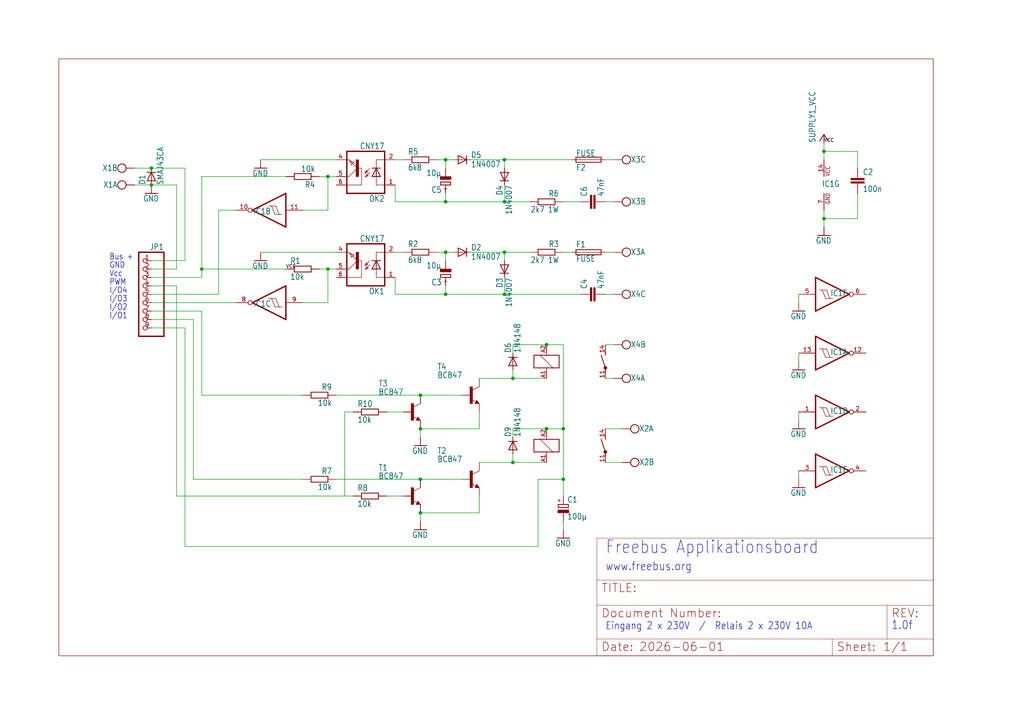
<source format=kicad_sch>
(kicad_sch (version 20230121) (generator eeschema)
  (paper "User" 309.347 218.491)
  (lib_symbols
    (symbol "2in-2out_1.0f_produziert_re-eagle-import:7414D"
      (property "Reference" "IC" (at -0.635 -0.635 0))
      (symbol "7414D_1_0"
        (pin output inverted (at 10.16 0 180) (length 5.08) (name "O") (number "12"))
        (pin input line (at -10.16 0 0) (length 5.08) (name "I") (number "13"))
      )
      (symbol "7414D_2_0"
        (pin output inverted (at 10.16 0 180) (length 5.08) (name "O") (number "10"))
        (pin input line (at -10.16 0 0) (length 5.08) (name "I") (number "11"))
      )
      (symbol "7414D_3_0"
        (pin output inverted (at 10.16 0 180) (length 5.08) (name "O") (number "8"))
        (pin input line (at -10.16 0 0) (length 5.08) (name "I") (number "9"))
      )
      (symbol "7414D_4_0"
        (pin input line (at -10.16 0 0) (length 5.08) (name "I") (number "1"))
        (pin output inverted (at 10.16 0 180) (length 5.08) (name "O") (number "2"))
      )
      (symbol "7414D_5_0"
        (pin input line (at -10.16 0 0) (length 5.08) (name "I") (number "3"))
        (pin output inverted (at 10.16 0 180) (length 5.08) (name "O") (number "4"))
      )
      (symbol "7414D_6_0"
        (pin input line (at -10.16 0 0) (length 5.08) (name "I") (number "5"))
        (pin output inverted (at 10.16 0 180) (length 5.08) (name "O") (number "6"))
      )
      (symbol "7414D_7_0"
        (text "GND" (at 1.905 -5.842 900) (effects (font (size 1.27 1.0795)) (justify left bottom)))
        (text "VCC" (at 1.905 2.54 900) (effects (font (size 1.27 1.0795)) (justify left bottom)))
        (pin power_in line (at 0 7.62 270) (length 5.08) (name "VCC") (number "14"))
        (pin power_in line (at 0 -7.62 90) (length 5.08) (name "GND") (number "7"))
      )
    )
    (symbol "2in-2out_1.0f_produziert_re-eagle-import:BC847"
      (property "Reference" "T" (at -10.16 7.62 0))
      (symbol "BC847_1_0"
        (pin passive line (at -2.54 0 0) (length 2.54) (name "B") (number "1"))
        (pin passive line (at 2.54 -5.08 90) (length 2.54) (name "E") (number "2"))
        (pin passive line (at 2.54 5.08 270) (length 2.54) (name "C") (number "3"))
      )
    )
    (symbol "2in-2out_1.0f_produziert_re-eagle-import:C-EU075-063X106"
      (property "Reference" "C" (at 1.524 0.381 0))
      (symbol "C-EU075-063X106_1_0"
        (pin passive line (at 0 2.54 270) (length 2.54) (name "1") (number "1"))
        (pin passive line (at 0 -5.08 90) (length 2.54) (name "2") (number "2"))
      )
    )
    (symbol "2in-2out_1.0f_produziert_re-eagle-import:C-EUC1206"
      (property "Reference" "C" (at 1.524 0.381 0))
      (symbol "C-EUC1206_1_0"
        (pin passive line (at 0 2.54 270) (length 2.54) (name "1") (number "1"))
        (pin passive line (at 0 -5.08 90) (length 2.54) (name "2") (number "2"))
      )
    )
    (symbol "2in-2out_1.0f_produziert_re-eagle-import:CNY17"
      (property "Reference" "OK" (at -6.985 5.715 0))
      (symbol "CNY17_1_0"
        (pin passive line (at -10.16 2.54 0) (length 2.54) (name "A") (number "1"))
        (pin passive line (at -10.16 -5.08 0) (length 2.54) (name "C") (number "2"))
        (pin passive line (at 7.62 -5.08 180) (length 2.54) (name "EMI") (number "4"))
        (pin passive line (at 7.62 0 180) (length 2.54) (name "COL") (number "5"))
        (pin passive line (at 7.62 2.54 180) (length 2.54) (name "BAS") (number "6"))
      )
    )
    (symbol "2in-2out_1.0f_produziert_re-eagle-import:CPOL-EUE2-4"
      (property "Reference" "C" (at 1.143 0.4826 0))
      (symbol "CPOL-EUE2-4_1_0"
        (text "+" (at -0.5842 0.4064 900) (effects (font (size 1.27 1.0795)) (justify left bottom)))
        (pin passive line (at 0 2.54 270) (length 2.54) (name "+") (number "+"))
        (pin passive line (at 0 -5.08 90) (length 2.54) (name "-") (number "-"))
      )
    )
    (symbol "2in-2out_1.0f_produziert_re-eagle-import:CPOL-EUE3.5-8"
      (property "Reference" "C" (at 1.143 0.4826 0))
      (symbol "CPOL-EUE3.5-8_1_0"
        (text "+" (at -0.5842 0.4064 900) (effects (font (size 1.27 1.0795)) (justify left bottom)))
        (pin passive line (at 0 2.54 270) (length 2.54) (name "+") (number "+"))
        (pin passive line (at 0 -5.08 90) (length 2.54) (name "-") (number "-"))
      )
    )
    (symbol "2in-2out_1.0f_produziert_re-eagle-import:D-SMB"
      (property "Reference" "D" (at -2.54 1.778 0))
      (symbol "D-SMB_1_0"
        (pin passive line (at 2.54 0 180) (length 2.54) (name "C") (number "1"))
        (pin passive line (at -2.54 0 0) (length 2.54) (name "A") (number "2"))
      )
    )
    (symbol "2in-2out_1.0f_produziert_re-eagle-import:DINA4_L"
      (symbol "DINA4_L_2_0"
        (text "${#}/${##}" (at 86.36 1.27 0) (effects (font (size 2.54 2.54)) (justify left bottom)))
        (text "${CURRENT_DATE}" (at 12.7 1.27 0) (effects (font (size 2.54 2.54)) (justify left bottom)))
        (text "${PROJECTNAME}" (at 17.78 19.05 0) (effects (font (size 2.54 2.54)) (justify left bottom)))
        (text "Date:" (at 1.27 1.27 0) (effects (font (size 2.54 2.54)) (justify left bottom)))
        (text "Document Number:" (at 1.27 11.43 0) (effects (font (size 2.54 2.54)) (justify left bottom)))
        (text "REV:" (at 88.9 11.43 0) (effects (font (size 2.54 2.54)) (justify left bottom)))
        (text "Sheet:" (at 72.39 1.27 0) (effects (font (size 2.54 2.54)) (justify left bottom)))
        (text "TITLE:" (at 1.27 19.05 0) (effects (font (size 2.54 2.54)) (justify left bottom)))
      )
    )
    (symbol "2in-2out_1.0f_produziert_re-eagle-import:DIODE-D-2.5"
      (property "Reference" "D" (at 2.54 0.4826 0))
      (symbol "DIODE-D-2.5_1_0"
        (pin passive line (at -2.54 0 0) (length 2.54) (name "A") (number "A"))
        (pin passive line (at 2.54 0 180) (length 2.54) (name "C") (number "C"))
      )
    )
    (symbol "2in-2out_1.0f_produziert_re-eagle-import:DIODE-MINIMELF"
      (property "Reference" "D" (at 2.54 0.4826 0))
      (symbol "DIODE-MINIMELF_1_0"
        (pin passive line (at -2.54 0 0) (length 2.54) (name "A") (number "A"))
        (pin passive line (at 2.54 0 180) (length 2.54) (name "C") (number "C"))
      )
    )
    (symbol "2in-2out_1.0f_produziert_re-eagle-import:FUSE"
      (property "Reference" "F" (at -3.81 1.397 0))
      (symbol "FUSE_1_0"
        (pin passive line (at -5.08 0 0) (length 2.54) (name "1") (number "1"))
        (pin passive line (at 5.08 0 180) (length 2.54) (name "2") (number "2"))
      )
    )
    (symbol "2in-2out_1.0f_produziert_re-eagle-import:GND" (power)
      (property "Value" "GND" (at -2.54 -2.54 0))
      (symbol "GND_1_0"
        (pin power_in line (at 0 2.54 270) (length 2.54) (name "GND") (number "1"))
      )
    )
    (symbol "2in-2out_1.0f_produziert_re-eagle-import:PINHD-1X9"
      (property "Reference" "JP" (at -6.35 13.335 0))
      (symbol "PINHD-1X9_1_0"
        (pin passive inverted (at -2.54 10.16 0) (length 2.54) (name "1") (number "1"))
        (pin passive inverted (at -2.54 7.62 0) (length 2.54) (name "2") (number "2"))
        (pin passive inverted (at -2.54 5.08 0) (length 2.54) (name "3") (number "3"))
        (pin passive inverted (at -2.54 2.54 0) (length 2.54) (name "4") (number "4"))
        (pin passive inverted (at -2.54 0 0) (length 2.54) (name "5") (number "5"))
        (pin passive inverted (at -2.54 -2.54 0) (length 2.54) (name "6") (number "6"))
        (pin passive inverted (at -2.54 -5.08 0) (length 2.54) (name "7") (number "7"))
        (pin passive inverted (at -2.54 -7.62 0) (length 2.54) (name "8") (number "8"))
        (pin passive inverted (at -2.54 -10.16 0) (length 2.54) (name "9") (number "9"))
      )
    )
    (symbol "2in-2out_1.0f_produziert_re-eagle-import:R-EU_0207/2V"
      (property "Reference" "R" (at -3.81 1.4986 0))
      (symbol "R-EU_0207/2V_1_0"
        (pin passive line (at -5.08 0 0) (length 2.54) (name "1") (number "1"))
        (pin passive line (at 5.08 0 180) (length 2.54) (name "2") (number "2"))
      )
    )
    (symbol "2in-2out_1.0f_produziert_re-eagle-import:R-EU_M1206"
      (property "Reference" "R" (at -3.81 1.4986 0))
      (symbol "R-EU_M1206_1_0"
        (pin passive line (at -5.08 0 0) (length 2.54) (name "1") (number "1"))
        (pin passive line (at 5.08 0 180) (length 2.54) (name "2") (number "2"))
      )
    )
    (symbol "2in-2out_1.0f_produziert_re-eagle-import:RE03"
      (symbol "RE03_1_0"
        (pin passive line (at 0 5.08 270) (length 2.54) (name "1") (number "A1"))
        (pin passive line (at 0 -5.08 90) (length 2.54) (name "2") (number "A2"))
      )
      (symbol "RE03_2_0"
        (pin passive line (at 0 -5.08 90) (length 2.54) (name "P") (number "11"))
        (pin passive line (at 0 5.08 270) (length 2.54) (name "S") (number "14"))
      )
    )
    (symbol "2in-2out_1.0f_produziert_re-eagle-import:SUPPLY1_VCC" (power)
      (property "Value" "SUPPLY1_VCC" (at -2.54 -2.54 90))
      (symbol "SUPPLY1_VCC_1_0"
        (pin power_in line (at 0 -2.54 90) (length 2.54) (name "VCC") (number "1"))
      )
    )
    (symbol "2in-2out_1.0f_produziert_re-eagle-import:W237-02P"
      (property "Reference" "X" (at 0 0.889 0))
      (symbol "W237-02P_1_0"
        (pin passive line (at 5.08 0 180) (length 2.54) (name "KL") (number "1"))
      )
      (symbol "W237-02P_2_0"
        (pin passive line (at 5.08 0 180) (length 2.54) (name "KL") (number "2"))
      )
    )
    (symbol "2in-2out_1.0f_produziert_re-eagle-import:W237-3E"
      (property "Reference" "X" (at 0 0.889 0))
      (symbol "W237-3E_1_0"
        (pin passive line (at 5.08 0 180) (length 2.54) (name "KL") (number "1"))
      )
      (symbol "W237-3E_2_0"
        (pin passive line (at 5.08 0 180) (length 2.54) (name "KL") (number "2"))
      )
      (symbol "W237-3E_3_0"
        (pin passive line (at 5.08 0 180) (length 2.54) (name "KL") (number "3"))
      )
    )
  )
  (junction (at 170.18 129.54))
  (junction (at 134.62 60.96))
  (junction (at 152.4 60.96))
  (junction (at 248.92 66.04))
  (junction (at 45.72 50.8))
  (junction (at 134.62 76.2))
  (junction (at 60.96 81.28))
  (junction (at 154.94 139.7))
  (junction (at 154.94 114.3))
  (junction (at 99.06 53.34))
  (junction (at 134.62 48.26))
  (junction (at 248.92 45.72))
  (junction (at 134.62 88.9))
  (junction (at 165.1 129.54))
  (junction (at 152.4 76.2))
  (junction (at 45.72 55.88))
  (junction (at 152.4 48.26))
  (junction (at 127 129.54))
  (junction (at 127 119.38))
  (junction (at 127 154.94))
  (junction (at 127 144.78))
  (junction (at 170.18 144.78))
  (junction (at 99.06 81.28))
  (junction (at 152.4 88.9))
  (junction (at 165.1 104.14))
  (wire (pts (xy 152.4 88.9) (xy 152.4 83.82)) (stroke (width 0.1524)))
  (wire (pts (xy 134.62 60.96) (xy 152.4 60.96)) (stroke (width 0.1524)))
  (wire (pts (xy 170.18 129.54) (xy 170.18 144.78)) (stroke (width 0.1524)))
  (wire (pts (xy 96.52 81.28) (xy 99.06 81.28)) (stroke (width 0.1524)))
  (wire (pts (xy 175.26 88.9) (xy 152.4 88.9)) (stroke (width 0.1524)))
  (wire (pts (xy 55.88 50.8) (xy 55.88 78.74)) (stroke (width 0.1524)))
  (wire (pts (xy 53.34 86.36) (xy 45.72 86.36)) (stroke (width 0.1524)))
  (wire (pts (xy 154.94 137.16) (xy 154.94 139.7)) (stroke (width 0.1524)))
  (wire (pts (xy 53.34 81.28) (xy 45.72 81.28)) (stroke (width 0.1524)))
  (wire (pts (xy 165.1 139.7) (xy 154.94 139.7)) (stroke (width 0.1524)))
  (wire (pts (xy 53.34 149.86) (xy 104.14 149.86)) (stroke (width 0.1524)))
  (wire (pts (xy 170.18 144.78) (xy 162.56 144.78)) (stroke (width 0.1524)))
  (wire (pts (xy 96.52 53.34) (xy 99.06 53.34)) (stroke (width 0.1524)))
  (wire (pts (xy 58.42 96.52) (xy 58.42 144.78)) (stroke (width 0.1524)))
  (wire (pts (xy 170.18 157.48) (xy 170.18 160.02)) (stroke (width 0.1524)))
  (wire (pts (xy 144.78 139.7) (xy 154.94 139.7)) (stroke (width 0.1524)))
  (wire (pts (xy 137.16 76.2) (xy 134.62 76.2)) (stroke (width 0.1524)))
  (wire (pts (xy 152.4 48.26) (xy 172.72 48.26)) (stroke (width 0.1524)))
  (wire (pts (xy 154.94 111.76) (xy 154.94 114.3)) (stroke (width 0.1524)))
  (wire (pts (xy 134.62 88.9) (xy 152.4 88.9)) (stroke (width 0.1524)))
  (wire (pts (xy 45.72 50.8) (xy 55.88 50.8)) (stroke (width 0.1524)))
  (wire (pts (xy 152.4 48.26) (xy 142.24 48.26)) (stroke (width 0.1524)))
  (wire (pts (xy 99.06 81.28) (xy 101.6 81.28)) (stroke (width 0.1524)))
  (wire (pts (xy 106.68 124.46) (xy 104.14 124.46)) (stroke (width 0.1524)))
  (wire (pts (xy 172.72 76.2) (xy 170.18 76.2)) (stroke (width 0.1524)))
  (wire (pts (xy 60.96 93.98) (xy 60.96 119.38)) (stroke (width 0.1524)))
  (wire (pts (xy 119.38 55.88) (xy 119.38 60.96)) (stroke (width 0.1524)))
  (wire (pts (xy 104.14 149.86) (xy 106.68 149.86)) (stroke (width 0.1524)))
  (wire (pts (xy 162.56 144.78) (xy 162.56 165.1)) (stroke (width 0.1524)))
  (wire (pts (xy 53.34 81.28) (xy 53.34 55.88)) (stroke (width 0.1524)))
  (wire (pts (xy 134.62 76.2) (xy 134.62 78.74)) (stroke (width 0.1524)))
  (wire (pts (xy 91.44 63.5) (xy 99.06 63.5)) (stroke (width 0.1524)))
  (wire (pts (xy 185.42 76.2) (xy 182.88 76.2)) (stroke (width 0.1524)))
  (wire (pts (xy 241.3 127) (xy 241.3 124.46)) (stroke (width 0.1524)))
  (wire (pts (xy 86.36 81.28) (xy 60.96 81.28)) (stroke (width 0.1524)))
  (wire (pts (xy 248.92 45.72) (xy 248.92 48.26)) (stroke (width 0.1524)))
  (wire (pts (xy 60.96 83.82) (xy 45.72 83.82)) (stroke (width 0.1524)))
  (wire (pts (xy 127 119.38) (xy 139.7 119.38)) (stroke (width 0.1524)))
  (wire (pts (xy 104.14 124.46) (xy 104.14 149.86)) (stroke (width 0.1524)))
  (wire (pts (xy 119.38 88.9) (xy 134.62 88.9)) (stroke (width 0.1524)))
  (wire (pts (xy 60.96 119.38) (xy 91.44 119.38)) (stroke (width 0.1524)))
  (wire (pts (xy 248.92 43.18) (xy 248.92 45.72)) (stroke (width 0.1524)))
  (wire (pts (xy 259.08 50.8) (xy 259.08 45.72)) (stroke (width 0.1524)))
  (wire (pts (xy 58.42 144.78) (xy 91.44 144.78)) (stroke (width 0.1524)))
  (wire (pts (xy 170.18 144.78) (xy 170.18 149.86)) (stroke (width 0.1524)))
  (wire (pts (xy 248.92 68.58) (xy 248.92 66.04)) (stroke (width 0.1524)))
  (wire (pts (xy 259.08 45.72) (xy 248.92 45.72)) (stroke (width 0.1524)))
  (wire (pts (xy 165.1 104.14) (xy 170.18 104.14)) (stroke (width 0.1524)))
  (wire (pts (xy 182.88 60.96) (xy 185.42 60.96)) (stroke (width 0.1524)))
  (wire (pts (xy 144.78 114.3) (xy 154.94 114.3)) (stroke (width 0.1524)))
  (wire (pts (xy 154.94 132.08) (xy 154.94 129.54)) (stroke (width 0.1524)))
  (wire (pts (xy 134.62 48.26) (xy 132.08 48.26)) (stroke (width 0.1524)))
  (wire (pts (xy 162.56 165.1) (xy 55.88 165.1)) (stroke (width 0.1524)))
  (wire (pts (xy 144.78 149.86) (xy 144.78 154.94)) (stroke (width 0.1524)))
  (wire (pts (xy 99.06 91.44) (xy 99.06 81.28)) (stroke (width 0.1524)))
  (wire (pts (xy 134.62 76.2) (xy 132.08 76.2)) (stroke (width 0.1524)))
  (wire (pts (xy 101.6 144.78) (xy 127 144.78)) (stroke (width 0.1524)))
  (wire (pts (xy 55.88 165.1) (xy 55.88 99.06)) (stroke (width 0.1524)))
  (wire (pts (xy 127 144.78) (xy 139.7 144.78)) (stroke (width 0.1524)))
  (wire (pts (xy 53.34 149.86) (xy 53.34 86.36)) (stroke (width 0.1524)))
  (wire (pts (xy 182.88 114.3) (xy 185.42 114.3)) (stroke (width 0.1524)))
  (wire (pts (xy 127 154.94) (xy 127 157.48)) (stroke (width 0.1524)))
  (wire (pts (xy 152.4 78.74) (xy 152.4 76.2)) (stroke (width 0.1524)))
  (wire (pts (xy 152.4 60.96) (xy 160.02 60.96)) (stroke (width 0.1524)))
  (wire (pts (xy 40.64 50.8) (xy 45.72 50.8)) (stroke (width 0.1524)))
  (wire (pts (xy 152.4 60.96) (xy 152.4 55.88)) (stroke (width 0.1524)))
  (wire (pts (xy 144.78 154.94) (xy 127 154.94)) (stroke (width 0.1524)))
  (wire (pts (xy 248.92 66.04) (xy 248.92 63.5)) (stroke (width 0.1524)))
  (wire (pts (xy 241.3 109.22) (xy 241.3 106.68)) (stroke (width 0.1524)))
  (wire (pts (xy 241.3 144.78) (xy 241.3 142.24)) (stroke (width 0.1524)))
  (wire (pts (xy 60.96 81.28) (xy 60.96 53.34)) (stroke (width 0.1524)))
  (wire (pts (xy 241.3 91.44) (xy 241.3 88.9)) (stroke (width 0.1524)))
  (wire (pts (xy 116.84 124.46) (xy 121.92 124.46)) (stroke (width 0.1524)))
  (wire (pts (xy 66.04 88.9) (xy 45.72 88.9)) (stroke (width 0.1524)))
  (wire (pts (xy 60.96 93.98) (xy 45.72 93.98)) (stroke (width 0.1524)))
  (wire (pts (xy 134.62 58.42) (xy 134.62 60.96)) (stroke (width 0.1524)))
  (wire (pts (xy 127 129.54) (xy 127 132.08)) (stroke (width 0.1524)))
  (wire (pts (xy 182.88 48.26) (xy 185.42 48.26)) (stroke (width 0.1524)))
  (wire (pts (xy 78.74 76.2) (xy 101.6 76.2)) (stroke (width 0.1524)))
  (wire (pts (xy 55.88 78.74) (xy 45.72 78.74)) (stroke (width 0.1524)))
  (wire (pts (xy 86.36 53.34) (xy 60.96 53.34)) (stroke (width 0.1524)))
  (wire (pts (xy 152.4 76.2) (xy 142.24 76.2)) (stroke (width 0.1524)))
  (wire (pts (xy 160.02 76.2) (xy 152.4 76.2)) (stroke (width 0.1524)))
  (wire (pts (xy 55.88 99.06) (xy 45.72 99.06)) (stroke (width 0.1524)))
  (wire (pts (xy 60.96 83.82) (xy 60.96 81.28)) (stroke (width 0.1524)))
  (wire (pts (xy 116.84 149.86) (xy 121.92 149.86)) (stroke (width 0.1524)))
  (wire (pts (xy 91.44 91.44) (xy 99.06 91.44)) (stroke (width 0.1524)))
  (wire (pts (xy 259.08 58.42) (xy 259.08 66.04)) (stroke (width 0.1524)))
  (wire (pts (xy 119.38 83.82) (xy 119.38 88.9)) (stroke (width 0.1524)))
  (wire (pts (xy 121.92 76.2) (xy 119.38 76.2)) (stroke (width 0.1524)))
  (wire (pts (xy 119.38 60.96) (xy 134.62 60.96)) (stroke (width 0.1524)))
  (wire (pts (xy 78.74 48.26) (xy 101.6 48.26)) (stroke (width 0.1524)))
  (wire (pts (xy 170.18 60.96) (xy 175.26 60.96)) (stroke (width 0.1524)))
  (wire (pts (xy 144.78 124.46) (xy 144.78 129.54)) (stroke (width 0.1524)))
  (wire (pts (xy 134.62 86.36) (xy 134.62 88.9)) (stroke (width 0.1524)))
  (wire (pts (xy 170.18 104.14) (xy 170.18 129.54)) (stroke (width 0.1524)))
  (wire (pts (xy 187.96 139.7) (xy 182.88 139.7)) (stroke (width 0.1524)))
  (wire (pts (xy 137.16 48.26) (xy 134.62 48.26)) (stroke (width 0.1524)))
  (wire (pts (xy 187.96 129.54) (xy 182.88 129.54)) (stroke (width 0.1524)))
  (wire (pts (xy 99.06 63.5) (xy 99.06 53.34)) (stroke (width 0.1524)))
  (wire (pts (xy 40.64 55.88) (xy 45.72 55.88)) (stroke (width 0.1524)))
  (wire (pts (xy 144.78 129.54) (xy 127 129.54)) (stroke (width 0.1524)))
  (wire (pts (xy 154.94 104.14) (xy 165.1 104.14)) (stroke (width 0.1524)))
  (wire (pts (xy 99.06 53.34) (xy 101.6 53.34)) (stroke (width 0.1524)))
  (wire (pts (xy 71.12 91.44) (xy 45.72 91.44)) (stroke (width 0.1524)))
  (wire (pts (xy 182.88 88.9) (xy 185.42 88.9)) (stroke (width 0.1524)))
  (wire (pts (xy 182.88 104.14) (xy 185.42 104.14)) (stroke (width 0.1524)))
  (wire (pts (xy 58.42 96.52) (xy 45.72 96.52)) (stroke (width 0.1524)))
  (wire (pts (xy 101.6 119.38) (xy 127 119.38)) (stroke (width 0.1524)))
  (wire (pts (xy 71.12 63.5) (xy 66.04 63.5)) (stroke (width 0.1524)))
  (wire (pts (xy 154.94 129.54) (xy 165.1 129.54)) (stroke (width 0.1524)))
  (wire (pts (xy 152.4 50.8) (xy 152.4 48.26)) (stroke (width 0.1524)))
  (wire (pts (xy 154.94 106.68) (xy 154.94 104.14)) (stroke (width 0.1524)))
  (wire (pts (xy 259.08 66.04) (xy 248.92 66.04)) (stroke (width 0.1524)))
  (wire (pts (xy 121.92 48.26) (xy 119.38 48.26)) (stroke (width 0.1524)))
  (wire (pts (xy 134.62 48.26) (xy 134.62 50.8)) (stroke (width 0.1524)))
  (wire (pts (xy 53.34 55.88) (xy 45.72 55.88)) (stroke (width 0.1524)))
  (wire (pts (xy 66.04 63.5) (xy 66.04 88.9)) (stroke (width 0.1524)))
  (wire (pts (xy 165.1 129.54) (xy 170.18 129.54)) (stroke (width 0.1524)))
  (wire (pts (xy 154.94 114.3) (xy 165.1 114.3)) (stroke (width 0.1524)))
  (text "1.0f" (at 269.24 190.5 0) (effects (font (size 2.54 2.159)) (justify left bottom)))
  (text "Bus +" (at 33.02 78.74 0) (effects (font (size 1.778 1.5113)) (justify left bottom)))
  (text "I/O3" (at 33.02 91.44 0) (effects (font (size 1.778 1.5113)) (justify left bottom)))
  (text "www.freebus.org" (at 182.88 172.72 0) (effects (font (size 2.54 2.159)) (justify left bottom)))
  (text "I/O1" (at 33.02 96.52 0) (effects (font (size 1.778 1.5113)) (justify left bottom)))
  (text "PWM" (at 33.02 86.36 0) (effects (font (size 1.778 1.5113)) (justify left bottom)))
  (text "Freebus Applikationsboard" (at 182.88 167.64 0) (effects (font (size 3.81 3.2385)) (justify left bottom)))
  (text "Eingang 2 x 230V  /  Relais 2 x 230V 10A" (at 182.88 190.5 0) (effects (font (size 2.1844 1.8567)) (justify left bottom)))
  (text "I/O4" (at 33.02 88.9 0) (effects (font (size 1.778 1.5113)) (justify left bottom)))
  (text "Vcc" (at 33.02 83.82 0) (effects (font (size 1.778 1.5113)) (justify left bottom)))
  (text "I/O2" (at 33.02 93.98 0) (effects (font (size 1.778 1.5113)) (justify left bottom)))
  (text "GND" (at 33.02 81.28 0) (effects (font (size 1.778 1.5113)) (justify left bottom)))
  (label "VCC" (at 86.36 81.28 0) (effects (font (size 1.016 1.016))))
  (label "VCC" (at 248.92 43.18 0) (effects (font (size 1.016 1.016))))
  (symbol (lib_id "2in-2out_1.0f_produziert_re-eagle-import:DIODE-D-2.5") (at 152.4 53.34 90) (mirror x) (unit 1)
    (property "Reference" "D4" (at 151.9174 55.88 0) (effects (font (size 1.778 1.5113)) (justify left bottom)))
    (property "Value" "1N4007" (at 154.7114 55.88 0) (effects (font (size 1.778 1.5113)) (justify left bottom)))
    (property "Footprint" "2in-2out_1.0f_produziert_re:D-2.5" (effects hide))
  )
  (symbol (lib_id "2in-2out_1.0f_produziert_re-eagle-import:CNY17") (at 109.22 81.28 180) (unit 1)
    (property "Reference" "OK1" (at 116.205 86.995 0) (effects (font (size 1.778 1.5113)) (justify left bottom)))
    (property "Value" "CNY17" (at 116.205 71.12 0) (effects (font (size 1.778 1.5113)) (justify left bottom)))
    (property "Footprint" "2in-2out_1.0f_produziert_re:DIL06" (effects hide))
  )
  (symbol (lib_id "2in-2out_1.0f_produziert_re-eagle-import:C-EU075-063X106") (at 177.8 60.96 90) (unit 1)
    (property "Reference" "C6" (at 177.419 59.436 0) (effects (font (size 1.778 1.5113)) (justify left bottom)))
    (property "Value" "47nF" (at 182.499 59.436 0) (effects (font (size 1.778 1.5113)) (justify left bottom)))
    (property "Footprint" "2in-2out_1.0f_produziert_re:C075-063X106" (effects hide))
  )
  (symbol (lib_id "2in-2out_1.0f_produziert_re-eagle-import:BC847") (at 142.24 144.78 0) (unit 1)
    (property "Reference" "T2" (at 132.08 137.16 0) (effects (font (size 1.778 1.5113)) (justify left bottom)))
    (property "Value" "BC847" (at 132.08 139.7 0) (effects (font (size 1.778 1.5113)) (justify left bottom)))
    (property "Footprint" "2in-2out_1.0f_produziert_re:SOT23" (effects hide))
  )
  (symbol (lib_id "2in-2out_1.0f_produziert_re-eagle-import:DIODE-MINIMELF") (at 154.94 109.22 90) (unit 1)
    (property "Reference" "D6" (at 154.4574 106.68 0) (effects (font (size 1.778 1.5113)) (justify left bottom)))
    (property "Value" "1N4148" (at 157.2514 106.68 0) (effects (font (size 1.778 1.5113)) (justify left bottom)))
    (property "Footprint" "2in-2out_1.0f_produziert_re:MINIMELF" (effects hide))
  )
  (symbol (lib_id "2in-2out_1.0f_produziert_re-eagle-import:FUSE") (at 177.8 48.26 0) (mirror x) (unit 1)
    (property "Reference" "F2" (at 173.99 49.657 0) (effects (font (size 1.778 1.5113)) (justify left bottom)))
    (property "Value" "FUSE" (at 173.99 45.339 0) (effects (font (size 1.778 1.5113)) (justify left bottom)))
    (property "Footprint" "2in-2out_1.0f_produziert_re:0617V" (effects hide))
  )
  (symbol (lib_id "2in-2out_1.0f_produziert_re-eagle-import:7414D") (at 248.92 55.88 0) (unit 7)
    (property "Reference" "IC1" (at 248.285 56.515 0) (effects (font (size 1.778 1.5113)) (justify left bottom)))
    (property "Value" "7414D" (effects hide))
    (property "Footprint" "2in-2out_1.0f_produziert_re:SO14" (effects hide))
  )
  (symbol (lib_id "2in-2out_1.0f_produziert_re-eagle-import:DINA4_L") (at 180.34 198.12 0) (unit 2)
    (property "Reference" "#FRAME1" (effects hide))
    (property "Value" "DINA4_L" (effects hide))
  )
  (symbol (lib_id "2in-2out_1.0f_produziert_re-eagle-import:R-EU_M1206") (at 96.52 144.78 0) (mirror y) (unit 1)
    (property "Reference" "R7" (at 100.33 143.2814 0) (effects (font (size 1.778 1.5113)) (justify left bottom)))
    (property "Value" "10k" (at 100.33 148.082 0) (effects (font (size 1.778 1.5113)) (justify left bottom)))
    (property "Footprint" "2in-2out_1.0f_produziert_re:M1206" (effects hide))
  )
  (symbol (lib_id "2in-2out_1.0f_produziert_re-eagle-import:GND") (at 78.74 50.8 0) (unit 1)
    (property "Reference" "#GND4" (effects hide))
    (property "Value" "GND" (at 76.2 53.34 0) (effects (font (size 1.778 1.5113)) (justify left bottom)))
  )
  (symbol (lib_id "2in-2out_1.0f_produziert_re-eagle-import:DIODE-D-2.5") (at 152.4 81.28 90) (mirror x) (unit 1)
    (property "Reference" "D3" (at 151.9174 83.82 0) (effects (font (size 1.778 1.5113)) (justify left bottom)))
    (property "Value" "1N4007" (at 154.7114 83.82 0) (effects (font (size 1.778 1.5113)) (justify left bottom)))
    (property "Footprint" "2in-2out_1.0f_produziert_re:D-2.5" (effects hide))
  )
  (symbol (lib_id "2in-2out_1.0f_produziert_re-eagle-import:RE03") (at 165.1 134.62 0) (mirror x) (unit 1)
    (property "Reference" "RELAIS_1" (effects hide))
    (property "Value" "RE03" (effects hide))
    (property "Footprint" "2in-2out_1.0f_produziert_re:RE-SCHRACK" (effects hide))
  )
  (symbol (lib_id "2in-2out_1.0f_produziert_re-eagle-import:GND") (at 241.3 147.32 0) (unit 1)
    (property "Reference" "#GND11" (effects hide))
    (property "Value" "GND" (at 238.76 149.86 0) (effects (font (size 1.778 1.5113)) (justify left bottom)))
  )
  (symbol (lib_id "2in-2out_1.0f_produziert_re-eagle-import:RE03") (at 165.1 109.22 0) (mirror x) (unit 1)
    (property "Reference" "RELAIS_2" (effects hide))
    (property "Value" "RE03" (effects hide))
    (property "Footprint" "2in-2out_1.0f_produziert_re:RE-SCHRACK" (effects hide))
  )
  (symbol (lib_id "2in-2out_1.0f_produziert_re-eagle-import:W237-3E") (at 190.5 88.9 180) (unit 3)
    (property "Reference" "X4" (at 190.5 89.789 0) (effects (font (size 1.778 1.5113)) (justify right top)))
    (property "Value" "W237-3E" (effects hide))
    (property "Footprint" "2in-2out_1.0f_produziert_re:W237-3E" (effects hide))
  )
  (symbol (lib_id "2in-2out_1.0f_produziert_re-eagle-import:SUPPLY1_VCC") (at 248.92 40.64 0) (unit 1)
    (property "Reference" "#P+1" (effects hide))
    (property "Value" "SUPPLY1_VCC" (at 246.38 43.18 90) (effects (font (size 1.778 1.5113)) (justify left bottom)))
  )
  (symbol (lib_id "2in-2out_1.0f_produziert_re-eagle-import:R-EU_M1206") (at 111.76 149.86 0) (unit 1)
    (property "Reference" "R8" (at 107.95 148.3614 0) (effects (font (size 1.778 1.5113)) (justify left bottom)))
    (property "Value" "10k" (at 107.95 153.162 0) (effects (font (size 1.778 1.5113)) (justify left bottom)))
    (property "Footprint" "2in-2out_1.0f_produziert_re:M1206" (effects hide))
  )
  (symbol (lib_id "2in-2out_1.0f_produziert_re-eagle-import:PINHD-1X9") (at 43.18 88.9 0) (mirror y) (unit 1)
    (property "Reference" "JP1" (at 49.53 75.565 0) (effects (font (size 1.778 1.5113)) (justify left bottom)))
    (property "Value" "PINHD-1X9" (effects hide))
    (property "Footprint" "2in-2out_1.0f_produziert_re:1X09" (effects hide))
  )
  (symbol (lib_id "2in-2out_1.0f_produziert_re-eagle-import:W237-02P") (at 193.04 139.7 180) (unit 2)
    (property "Reference" "X2" (at 193.04 140.589 0) (effects (font (size 1.778 1.5113)) (justify right top)))
    (property "Value" "W237-02P" (effects hide))
    (property "Footprint" "2in-2out_1.0f_produziert_re:W237-132" (effects hide))
  )
  (symbol (lib_id "2in-2out_1.0f_produziert_re-eagle-import:R-EU_M1206") (at 111.76 124.46 0) (unit 1)
    (property "Reference" "R10" (at 107.95 122.9614 0) (effects (font (size 1.778 1.5113)) (justify left bottom)))
    (property "Value" "10k" (at 107.95 127.762 0) (effects (font (size 1.778 1.5113)) (justify left bottom)))
    (property "Footprint" "2in-2out_1.0f_produziert_re:M1206" (effects hide))
  )
  (symbol (lib_id "2in-2out_1.0f_produziert_re-eagle-import:CNY17") (at 109.22 53.34 180) (unit 1)
    (property "Reference" "OK2" (at 116.205 59.055 0) (effects (font (size 1.778 1.5113)) (justify left bottom)))
    (property "Value" "CNY17" (at 116.205 43.18 0) (effects (font (size 1.778 1.5113)) (justify left bottom)))
    (property "Footprint" "2in-2out_1.0f_produziert_re:DIL06" (effects hide))
  )
  (symbol (lib_id "2in-2out_1.0f_produziert_re-eagle-import:W237-3E") (at 190.5 76.2 180) (unit 1)
    (property "Reference" "X3" (at 190.5 77.089 0) (effects (font (size 1.778 1.5113)) (justify right top)))
    (property "Value" "W237-3E" (effects hide))
    (property "Footprint" "2in-2out_1.0f_produziert_re:W237-3E" (effects hide))
  )
  (symbol (lib_id "2in-2out_1.0f_produziert_re-eagle-import:W237-3E") (at 190.5 60.96 180) (unit 2)
    (property "Reference" "X3" (at 190.5 61.849 0) (effects (font (size 1.778 1.5113)) (justify right top)))
    (property "Value" "W237-3E" (effects hide))
    (property "Footprint" "2in-2out_1.0f_produziert_re:W237-3E" (effects hide))
  )
  (symbol (lib_id "2in-2out_1.0f_produziert_re-eagle-import:7414D") (at 251.46 124.46 0) (unit 4)
    (property "Reference" "IC1" (at 250.825 125.095 0) (effects (font (size 1.778 1.5113)) (justify left bottom)))
    (property "Value" "7414D" (effects hide))
    (property "Footprint" "2in-2out_1.0f_produziert_re:SO14" (effects hide))
  )
  (symbol (lib_id "2in-2out_1.0f_produziert_re-eagle-import:DIODE-D-2.5") (at 139.7 48.26 0) (unit 1)
    (property "Reference" "D5" (at 142.24 47.7774 0) (effects (font (size 1.778 1.5113)) (justify left bottom)))
    (property "Value" "1N4007" (at 142.24 50.5714 0) (effects (font (size 1.778 1.5113)) (justify left bottom)))
    (property "Footprint" "2in-2out_1.0f_produziert_re:D-2.5" (effects hide))
  )
  (symbol (lib_id "2in-2out_1.0f_produziert_re-eagle-import:R-EU_M1206") (at 91.44 81.28 0) (unit 1)
    (property "Reference" "R1" (at 87.63 79.7814 0) (effects (font (size 1.778 1.5113)) (justify left bottom)))
    (property "Value" "10k" (at 87.63 84.582 0) (effects (font (size 1.778 1.5113)) (justify left bottom)))
    (property "Footprint" "2in-2out_1.0f_produziert_re:M1206" (effects hide))
  )
  (symbol (lib_id "2in-2out_1.0f_produziert_re-eagle-import:BC847") (at 142.24 119.38 0) (unit 1)
    (property "Reference" "T4" (at 132.08 111.76 0) (effects (font (size 1.778 1.5113)) (justify left bottom)))
    (property "Value" "BC847" (at 132.08 114.3 0) (effects (font (size 1.778 1.5113)) (justify left bottom)))
    (property "Footprint" "2in-2out_1.0f_produziert_re:SOT23" (effects hide))
  )
  (symbol (lib_id "2in-2out_1.0f_produziert_re-eagle-import:BC847") (at 124.46 124.46 0) (unit 1)
    (property "Reference" "T3" (at 114.3 116.84 0) (effects (font (size 1.778 1.5113)) (justify left bottom)))
    (property "Value" "BC847" (at 114.3 119.38 0) (effects (font (size 1.778 1.5113)) (justify left bottom)))
    (property "Footprint" "2in-2out_1.0f_produziert_re:SOT23" (effects hide))
  )
  (symbol (lib_id "2in-2out_1.0f_produziert_re-eagle-import:GND") (at 45.72 58.42 0) (unit 1)
    (property "Reference" "#GND2" (effects hide))
    (property "Value" "GND" (at 43.18 60.96 0) (effects (font (size 1.778 1.5113)) (justify left bottom)))
  )
  (symbol (lib_id "2in-2out_1.0f_produziert_re-eagle-import:GND") (at 241.3 93.98 0) (unit 1)
    (property "Reference" "#GND6" (effects hide))
    (property "Value" "GND" (at 238.76 96.52 0) (effects (font (size 1.778 1.5113)) (justify left bottom)))
  )
  (symbol (lib_id "2in-2out_1.0f_produziert_re-eagle-import:RE03") (at 182.88 109.22 0) (unit 2)
    (property "Reference" "RELAIS_2" (effects hide))
    (property "Value" "RE03" (effects hide))
    (property "Footprint" "2in-2out_1.0f_produziert_re:RE-SCHRACK" (effects hide))
  )
  (symbol (lib_id "2in-2out_1.0f_produziert_re-eagle-import:GND") (at 170.18 162.56 0) (unit 1)
    (property "Reference" "#GND3" (effects hide))
    (property "Value" "GND" (at 167.64 165.1 0) (effects (font (size 1.778 1.5113)) (justify left bottom)))
  )
  (symbol (lib_id "2in-2out_1.0f_produziert_re-eagle-import:7414D") (at 251.46 106.68 0) (unit 1)
    (property "Reference" "IC1" (at 250.825 107.315 0) (effects (font (size 1.778 1.5113)) (justify left bottom)))
    (property "Value" "7414D" (effects hide))
    (property "Footprint" "2in-2out_1.0f_produziert_re:SO14" (effects hide))
  )
  (symbol (lib_id "2in-2out_1.0f_produziert_re-eagle-import:FUSE") (at 177.8 76.2 0) (unit 1)
    (property "Reference" "F1" (at 173.99 74.803 0) (effects (font (size 1.778 1.5113)) (justify left bottom)))
    (property "Value" "FUSE" (at 173.99 79.121 0) (effects (font (size 1.778 1.5113)) (justify left bottom)))
    (property "Footprint" "2in-2out_1.0f_produziert_re:0617V" (effects hide))
  )
  (symbol (lib_id "2in-2out_1.0f_produziert_re-eagle-import:BC847") (at 124.46 149.86 0) (unit 1)
    (property "Reference" "T1" (at 114.3 142.24 0) (effects (font (size 1.778 1.5113)) (justify left bottom)))
    (property "Value" "BC847" (at 114.3 144.78 0) (effects (font (size 1.778 1.5113)) (justify left bottom)))
    (property "Footprint" "2in-2out_1.0f_produziert_re:SOT23" (effects hide))
  )
  (symbol (lib_id "2in-2out_1.0f_produziert_re-eagle-import:W237-02P") (at 35.56 55.88 0) (mirror x) (unit 1)
    (property "Reference" "X1" (at 35.56 56.769 0) (effects (font (size 1.778 1.5113)) (justify right top)))
    (property "Value" "W237-02P" (effects hide))
    (property "Footprint" "2in-2out_1.0f_produziert_re:W237-132" (effects hide))
  )
  (symbol (lib_id "2in-2out_1.0f_produziert_re-eagle-import:W237-02P") (at 193.04 129.54 180) (unit 1)
    (property "Reference" "X2" (at 193.04 130.429 0) (effects (font (size 1.778 1.5113)) (justify right top)))
    (property "Value" "W237-02P" (effects hide))
    (property "Footprint" "2in-2out_1.0f_produziert_re:W237-132" (effects hide))
  )
  (symbol (lib_id "2in-2out_1.0f_produziert_re-eagle-import:R-EU_M1206") (at 91.44 53.34 180) (unit 1)
    (property "Reference" "R4" (at 95.25 54.8386 0) (effects (font (size 1.778 1.5113)) (justify left bottom)))
    (property "Value" "10k" (at 95.25 50.038 0) (effects (font (size 1.778 1.5113)) (justify left bottom)))
    (property "Footprint" "2in-2out_1.0f_produziert_re:M1206" (effects hide))
  )
  (symbol (lib_id "2in-2out_1.0f_produziert_re-eagle-import:7414D") (at 81.28 63.5 180) (unit 2)
    (property "Reference" "IC1" (at 81.915 62.865 0) (effects (font (size 1.778 1.5113)) (justify left bottom)))
    (property "Value" "7414D" (effects hide))
    (property "Footprint" "2in-2out_1.0f_produziert_re:SO14" (effects hide))
  )
  (symbol (lib_id "2in-2out_1.0f_produziert_re-eagle-import:R-EU_0207/2V") (at 127 48.26 0) (unit 1)
    (property "Reference" "R5" (at 123.19 46.7614 0) (effects (font (size 1.778 1.5113)) (justify left bottom)))
    (property "Value" "6k8" (at 123.19 51.562 0) (effects (font (size 1.778 1.5113)) (justify left bottom)))
    (property "Footprint" "2in-2out_1.0f_produziert_re:0207_2V" (effects hide))
  )
  (symbol (lib_id "2in-2out_1.0f_produziert_re-eagle-import:C-EUC1206") (at 259.08 53.34 0) (unit 1)
    (property "Reference" "C2" (at 260.604 52.959 0) (effects (font (size 1.778 1.5113)) (justify left bottom)))
    (property "Value" "100n" (at 260.604 58.039 0) (effects (font (size 1.778 1.5113)) (justify left bottom)))
    (property "Footprint" "2in-2out_1.0f_produziert_re:C1206" (effects hide))
  )
  (symbol (lib_id "2in-2out_1.0f_produziert_re-eagle-import:GND") (at 127 134.62 0) (unit 1)
    (property "Reference" "#GND8" (effects hide))
    (property "Value" "GND" (at 124.46 137.16 0) (effects (font (size 1.778 1.5113)) (justify left bottom)))
  )
  (symbol (lib_id "2in-2out_1.0f_produziert_re-eagle-import:DIODE-D-2.5") (at 139.7 76.2 0) (unit 1)
    (property "Reference" "D2" (at 142.24 75.7174 0) (effects (font (size 1.778 1.5113)) (justify left bottom)))
    (property "Value" "1N4007" (at 142.24 78.5114 0) (effects (font (size 1.778 1.5113)) (justify left bottom)))
    (property "Footprint" "2in-2out_1.0f_produziert_re:D-2.5" (effects hide))
  )
  (symbol (lib_id "2in-2out_1.0f_produziert_re-eagle-import:CPOL-EUE2-4") (at 134.62 55.88 180) (unit 1)
    (property "Reference" "C5" (at 133.477 56.3626 0) (effects (font (size 1.778 1.5113)) (justify left bottom)))
    (property "Value" "10µ" (at 133.477 51.2826 0) (effects (font (size 1.778 1.5113)) (justify left bottom)))
    (property "Footprint" "2in-2out_1.0f_produziert_re:E2-4" (effects hide))
  )
  (symbol (lib_id "2in-2out_1.0f_produziert_re-eagle-import:CPOL-EUE2-4") (at 134.62 83.82 180) (unit 1)
    (property "Reference" "C3" (at 133.477 84.3026 0) (effects (font (size 1.778 1.5113)) (justify left bottom)))
    (property "Value" "10µ" (at 133.477 79.2226 0) (effects (font (size 1.778 1.5113)) (justify left bottom)))
    (property "Footprint" "2in-2out_1.0f_produziert_re:E2-4" (effects hide))
  )
  (symbol (lib_id "2in-2out_1.0f_produziert_re-eagle-import:W237-3E") (at 190.5 104.14 180) (unit 2)
    (property "Reference" "X4" (at 190.5 105.029 0) (effects (font (size 1.778 1.5113)) (justify right top)))
    (property "Value" "W237-3E" (effects hide))
    (property "Footprint" "2in-2out_1.0f_produziert_re:W237-3E" (effects hide))
  )
  (symbol (lib_id "2in-2out_1.0f_produziert_re-eagle-import:RE03") (at 182.88 134.62 0) (unit 2)
    (property "Reference" "RELAIS_1" (effects hide))
    (property "Value" "RE03" (effects hide))
    (property "Footprint" "2in-2out_1.0f_produziert_re:RE-SCHRACK" (effects hide))
  )
  (symbol (lib_id "2in-2out_1.0f_produziert_re-eagle-import:R-EU_0207/2V") (at 165.1 76.2 0) (mirror y) (unit 1)
    (property "Reference" "R3" (at 168.91 74.7014 0) (effects (font (size 1.778 1.5113)) (justify left bottom)))
    (property "Value" "2k7 1W" (at 168.91 79.502 0) (effects (font (size 1.778 1.5113)) (justify left bottom)))
    (property "Footprint" "2in-2out_1.0f_produziert_re:0207_2V" (effects hide))
  )
  (symbol (lib_id "2in-2out_1.0f_produziert_re-eagle-import:D-SMB") (at 45.72 53.34 90) (unit 1)
    (property "Reference" "D1" (at 43.942 55.88 0) (effects (font (size 1.778 1.5113)) (justify left bottom)))
    (property "Value" "SMAJ43CA" (at 49.403 55.88 0) (effects (font (size 1.778 1.5113)) (justify left bottom)))
    (property "Footprint" "2in-2out_1.0f_produziert_re:SMB" (effects hide))
  )
  (symbol (lib_id "2in-2out_1.0f_produziert_re-eagle-import:7414D") (at 251.46 142.24 0) (unit 5)
    (property "Reference" "IC1" (at 250.825 142.875 0) (effects (font (size 1.778 1.5113)) (justify left bottom)))
    (property "Value" "7414D" (effects hide))
    (property "Footprint" "2in-2out_1.0f_produziert_re:SO14" (effects hide))
  )
  (symbol (lib_id "2in-2out_1.0f_produziert_re-eagle-import:GND") (at 78.74 78.74 0) (unit 1)
    (property "Reference" "#GND1" (effects hide))
    (property "Value" "GND" (at 76.2 81.28 0) (effects (font (size 1.778 1.5113)) (justify left bottom)))
  )
  (symbol (lib_id "2in-2out_1.0f_produziert_re-eagle-import:CPOL-EUE3.5-8") (at 170.18 152.4 0) (unit 1)
    (property "Reference" "C1" (at 171.323 151.9174 0) (effects (font (size 1.778 1.5113)) (justify left bottom)))
    (property "Value" "100µ" (at 171.323 156.9974 0) (effects (font (size 1.778 1.5113)) (justify left bottom)))
    (property "Footprint" "2in-2out_1.0f_produziert_re:E3,5-8" (effects hide))
  )
  (symbol (lib_id "2in-2out_1.0f_produziert_re-eagle-import:W237-02P") (at 35.56 50.8 0) (mirror x) (unit 2)
    (property "Reference" "X1" (at 35.56 51.689 0) (effects (font (size 1.778 1.5113)) (justify right top)))
    (property "Value" "W237-02P" (effects hide))
    (property "Footprint" "2in-2out_1.0f_produziert_re:W237-132" (effects hide))
  )
  (symbol (lib_id "2in-2out_1.0f_produziert_re-eagle-import:R-EU_0207/2V") (at 165.1 60.96 0) (mirror y) (unit 1)
    (property "Reference" "R6" (at 168.91 59.4614 0) (effects (font (size 1.778 1.5113)) (justify left bottom)))
    (property "Value" "2k7 1W" (at 168.91 64.262 0) (effects (font (size 1.778 1.5113)) (justify left bottom)))
    (property "Footprint" "2in-2out_1.0f_produziert_re:0207_2V" (effects hide))
  )
  (symbol (lib_id "2in-2out_1.0f_produziert_re-eagle-import:GND") (at 248.92 71.12 0) (unit 1)
    (property "Reference" "#GND5" (effects hide))
    (property "Value" "GND" (at 246.38 73.66 0) (effects (font (size 1.778 1.5113)) (justify left bottom)))
  )
  (symbol (lib_id "2in-2out_1.0f_produziert_re-eagle-import:GND") (at 127 160.02 0) (unit 1)
    (property "Reference" "#GND7" (effects hide))
    (property "Value" "GND" (at 124.46 162.56 0) (effects (font (size 1.778 1.5113)) (justify left bottom)))
  )
  (symbol (lib_id "2in-2out_1.0f_produziert_re-eagle-import:DINA4_L") (at 17.78 198.12 0) (unit 1)
    (property "Reference" "#FRAME1" (effects hide))
    (property "Value" "DINA4_L" (effects hide))
  )
  (symbol (lib_id "2in-2out_1.0f_produziert_re-eagle-import:GND") (at 241.3 111.76 0) (unit 1)
    (property "Reference" "#GND9" (effects hide))
    (property "Value" "GND" (at 238.76 114.3 0) (effects (font (size 1.778 1.5113)) (justify left bottom)))
  )
  (symbol (lib_id "2in-2out_1.0f_produziert_re-eagle-import:7414D") (at 251.46 88.9 0) (unit 6)
    (property "Reference" "IC1" (at 250.825 89.535 0) (effects (font (size 1.778 1.5113)) (justify left bottom)))
    (property "Value" "7414D" (effects hide))
    (property "Footprint" "2in-2out_1.0f_produziert_re:SO14" (effects hide))
  )
  (symbol (lib_id "2in-2out_1.0f_produziert_re-eagle-import:GND") (at 241.3 129.54 0) (unit 1)
    (property "Reference" "#GND10" (effects hide))
    (property "Value" "GND" (at 238.76 132.08 0) (effects (font (size 1.778 1.5113)) (justify left bottom)))
  )
  (symbol (lib_id "2in-2out_1.0f_produziert_re-eagle-import:R-EU_0207/2V") (at 127 76.2 0) (unit 1)
    (property "Reference" "R2" (at 123.19 74.7014 0) (effects (font (size 1.778 1.5113)) (justify left bottom)))
    (property "Value" "6k8" (at 123.19 79.502 0) (effects (font (size 1.778 1.5113)) (justify left bottom)))
    (property "Footprint" "2in-2out_1.0f_produziert_re:0207_2V" (effects hide))
  )
  (symbol (lib_id "2in-2out_1.0f_produziert_re-eagle-import:R-EU_M1206") (at 96.52 119.38 0) (mirror y) (unit 1)
    (property "Reference" "R9" (at 100.33 117.8814 0) (effects (font (size 1.778 1.5113)) (justify left bottom)))
    (property "Value" "10k" (at 100.33 122.682 0) (effects (font (size 1.778 1.5113)) (justify left bottom)))
    (property "Footprint" "2in-2out_1.0f_produziert_re:M1206" (effects hide))
  )
  (symbol (lib_id "2in-2out_1.0f_produziert_re-eagle-import:C-EU075-063X106") (at 177.8 88.9 90) (unit 1)
    (property "Reference" "C4" (at 177.419 87.376 0) (effects (font (size 1.778 1.5113)) (justify left bottom)))
    (property "Value" "47nF" (at 182.499 87.376 0) (effects (font (size 1.778 1.5113)) (justify left bottom)))
    (property "Footprint" "2in-2out_1.0f_produziert_re:C075-063X106" (effects hide))
  )
  (symbol (lib_id "2in-2out_1.0f_produziert_re-eagle-import:W237-3E") (at 190.5 114.3 180) (unit 1)
    (property "Reference" "X4" (at 190.5 115.189 0) (effects (font (size 1.778 1.5113)) (justify right top)))
    (property "Value" "W237-3E" (effects hide))
    (property "Footprint" "2in-2out_1.0f_produziert_re:W237-3E" (effects hide))
  )
  (symbol (lib_id "2in-2out_1.0f_produziert_re-eagle-import:W237-3E") (at 190.5 48.26 180) (unit 3)
    (property "Reference" "X3" (at 190.5 49.149 0) (effects (font (size 1.778 1.5113)) (justify right top)))
    (property "Value" "W237-3E" (effects hide))
    (property "Footprint" "2in-2out_1.0f_produziert_re:W237-3E" (effects hide))
  )
  (symbol (lib_id "2in-2out_1.0f_produziert_re-eagle-import:7414D") (at 81.28 91.44 180) (unit 3)
    (property "Reference" "IC1" (at 81.915 90.805 0) (effects (font (size 1.778 1.5113)) (justify left bottom)))
    (property "Value" "7414D" (effects hide))
    (property "Footprint" "2in-2out_1.0f_produziert_re:SO14" (effects hide))
  )
  (symbol (lib_id "2in-2out_1.0f_produziert_re-eagle-import:DIODE-MINIMELF") (at 154.94 134.62 90) (unit 1)
    (property "Reference" "D9" (at 154.4574 132.08 0) (effects (font (size 1.778 1.5113)) (justify left bottom)))
    (property "Value" "1N4148" (at 157.2514 132.08 0) (effects (font (size 1.778 1.5113)) (justify left bottom)))
    (property "Footprint" "2in-2out_1.0f_produziert_re:MINIMELF" (effects hide))
  )
)
</source>
